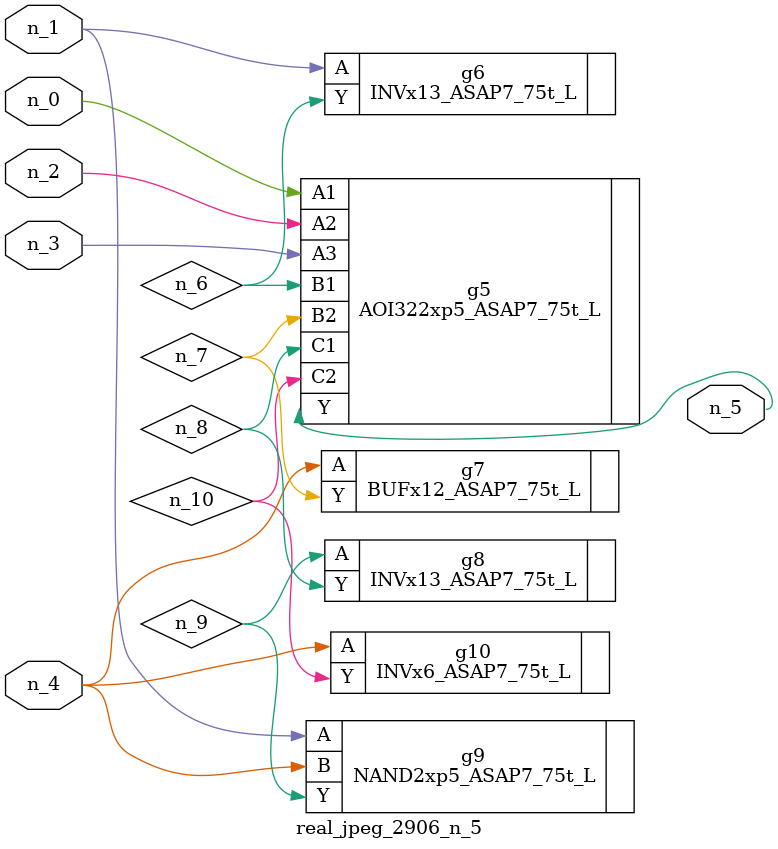
<source format=v>
module real_jpeg_2906_n_5 (n_4, n_0, n_1, n_2, n_3, n_5);

input n_4;
input n_0;
input n_1;
input n_2;
input n_3;

output n_5;

wire n_8;
wire n_6;
wire n_7;
wire n_10;
wire n_9;

AOI322xp5_ASAP7_75t_L g5 ( 
.A1(n_0),
.A2(n_2),
.A3(n_3),
.B1(n_6),
.B2(n_7),
.C1(n_8),
.C2(n_10),
.Y(n_5)
);

INVx13_ASAP7_75t_L g6 ( 
.A(n_1),
.Y(n_6)
);

NAND2xp5_ASAP7_75t_L g9 ( 
.A(n_1),
.B(n_4),
.Y(n_9)
);

BUFx12_ASAP7_75t_L g7 ( 
.A(n_4),
.Y(n_7)
);

INVx6_ASAP7_75t_L g10 ( 
.A(n_4),
.Y(n_10)
);

INVx13_ASAP7_75t_L g8 ( 
.A(n_9),
.Y(n_8)
);


endmodule
</source>
